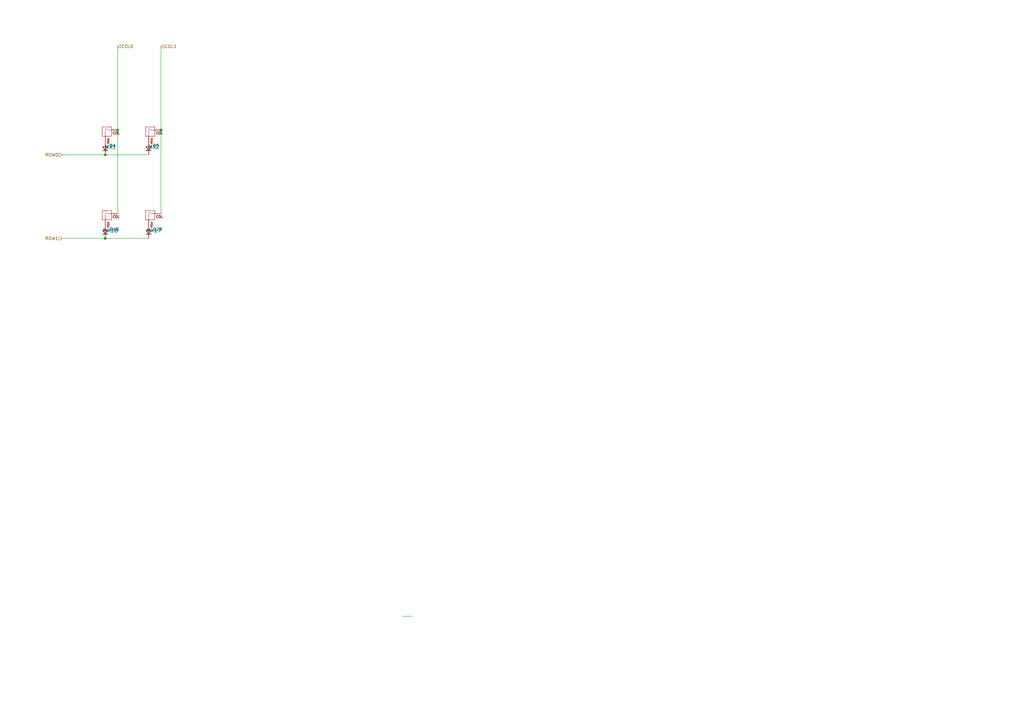
<source format=kicad_sch>
(kicad_sch (version 20211123) (generator eeschema)
  (paper "A3")
  (lib_symbols
    (symbol "Device:D_Small" (pin_numbers hide) (pin_names (offset 0.254) hide)
      (property "Reference" "D" (at -1.27 2.032 0))
      (property "Value" "D_Small" (at -3.81 -2.032 0))
      (symbol "D_Small_0_1"
        (polyline (pts (xy -0.762 -1.016) (xy -0.762 1.016)) (stroke (width 0.254)))
        (polyline (pts (xy -0.762 0) (xy 0.762 0)))
        (polyline (pts (xy 0.762 -1.016) (xy -0.762 0) (xy 0.762 1.016) (xy 0.762 -1.016)) (stroke (width 0.254)))
      )
      (symbol "D_Small_1_1"
        (pin passive line (at -2.54 0 0) (length 1.778) (name "K") (number "1"))
        (pin passive line (at 2.54 0 180) (length 1.778) (name "A") (number "2"))
      )
    )
    (symbol "MX_Alps_Hybrid:MX-NoLED" (pin_names (offset 1.016))
      (property "Reference" "MX" (at -0.635 3.81 0))
      (property "Value" "MX-NoLED" (at -0.635 1.27 0))
      (symbol "MX-NoLED_0_0"
        (rectangle (start -2.54 2.54) (end 1.27 -1.27))
        (polyline (pts (xy -1.27 -1.27) (xy -1.27 1.27)) (stroke (width 0.127)))
        (polyline (pts (xy 1.27 1.27) (xy 0 1.27) (xy -1.27 1.905)) (stroke (width 0.127)))
        (text "COL" (at 3.175 0 0) (effects (font (size 0.9906 0.9906) bold)))
        (text "ROW" (at 0 -1.905 900) (effects (font (size 0.762 0.762)) (justify right)))
      )
      (symbol "MX-NoLED_1_1"
        (pin passive line (at 3.81 1.27 180) (length 2.54) (name "COL") (number "1"))
        (pin passive line (at -1.27 -3.81 90) (length 2.54) (name "ROW") (number "2"))
      )
    )
  )
  (junction (at 43.18 97.79))
  (junction (at 43.18 63.5))
  (junction (at 48.26 53.34))
  (junction (at 66.04 53.34))
  (wire (pts (xy 48.26 19.05) (xy 48.26 53.34)))
  (wire (pts (xy 60.96 97.79) (xy 43.18 97.79)))
  (wire (pts (xy 60.96 63.5) (xy 43.18 63.5)))
  (wire (pts (xy 168.91 252.73) (xy 165.1 252.73)))
  (wire (pts (xy 43.18 63.5) (xy 25.4 63.5)))
  (wire (pts (xy 66.04 53.34) (xy 66.04 87.63)))
  (wire (pts (xy 43.18 97.79) (xy 25.4 97.79)))
  (wire (pts (xy 66.04 19.05) (xy 66.04 53.34)))
  (wire (pts (xy 48.26 53.34) (xy 48.26 87.63)))
  (hierarchical_label "COL1" (shape input) (at 66.04 19.05 0))
  (hierarchical_label "ROW0" (shape input) (at 25.4 63.5 180))
  (hierarchical_label "ROW1" (shape input) (at 25.4 97.79 180))
  (hierarchical_label "COL0" (shape input) (at 48.26 19.05 0))
  (symbol (lib_id "MX_Alps_Hybrid:MX-NoLED") (at 44.45 54.61 0) (unit 1)
    (property "Reference" "MX1" (at 45.2882 60.2742 0) (effects (font (size 1.524 1.524))))
  )
  (symbol (lib_id "MX_Alps_Hybrid:MX-NoLED") (at 62.23 54.61 0) (unit 1)
    (property "Reference" "MX2" (at 63.0682 60.2742 0) (effects (font (size 1.524 1.524))))
  )
  (symbol (lib_id "MX_Alps_Hybrid:MX-NoLED") (at 44.45 88.9 0) (unit 1)
    (property "Reference" "MX16" (at 45.2882 94.5642 0) (effects (font (size 1.524 1.524))))
  )
  (symbol (lib_id "MX_Alps_Hybrid:MX-NoLED") (at 62.23 88.9 0) (unit 1)
    (property "Reference" "MX17" (at 63.0682 94.5642 0) (effects (font (size 1.524 1.524))))
  )
  (symbol (lib_id "Device:D_Small") (at 43.18 95.25 90) (unit 1)
    (property "Reference" "D19" (at 44.9072 94.0816 90) (effects (justify right)))
  )
  (symbol (lib_id "Device:D_Small") (at 60.96 95.25 90) (unit 1)
    (property "Reference" "D20" (at 62.6872 94.0816 90) (effects (justify right)))
  )
  (symbol (lib_id "Device:D_Small") (at 43.18 60.96 90) (unit 1)
    (property "Reference" "D4" (at 44.9072 59.7916 90) (effects (justify right)))
  )
  (symbol (lib_id "Device:D_Small") (at 60.96 60.96 90) (unit 1)
    (property "Reference" "D5" (at 62.6872 59.7916 90) (effects (justify right)))
  )
)
</source>
